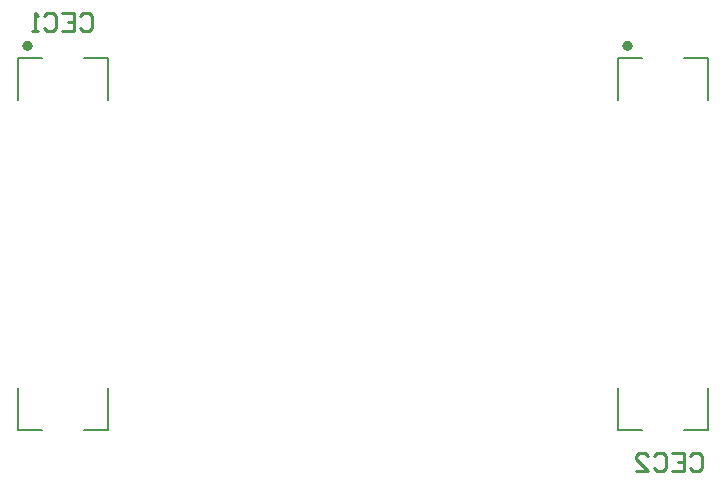
<source format=gbr>
%TF.GenerationSoftware,Altium Limited,Altium Designer,23.0.1 (38)*%
G04 Layer_Color=32896*
%FSLAX45Y45*%
%MOMM*%
%TF.SameCoordinates,98E3409A-FA71-4B7D-AABF-4CEB4AF68500*%
%TF.FilePolarity,Positive*%
%TF.FileFunction,Legend,Bot*%
%TF.Part,Single*%
G01*
G75*
%TA.AperFunction,NonConductor*%
%ADD44C,0.20000*%
%ADD47C,0.50000*%
%ADD48C,0.25400*%
D44*
X-2921000Y-1625600D02*
Y-1270000D01*
Y-1625600D02*
X-2717800D01*
X-2362200D02*
X-2159000D01*
Y-1270000D01*
X-2921000Y1168400D02*
Y1524000D01*
X-2717800D01*
X-2362200D02*
X-2159000D01*
Y1168400D02*
Y1524000D01*
X2159000Y-1625600D02*
Y-1270000D01*
Y-1625600D02*
X2362200D01*
X2717800D02*
X2921000D01*
Y-1270000D01*
X2159000Y1168400D02*
Y1524000D01*
X2362200D01*
X2717800D02*
X2921000D01*
Y1168400D02*
Y1524000D01*
D47*
X-2824800Y1625600D02*
G03*
X-2824800Y1625600I-20000J0D01*
G01*
X2255200D02*
G03*
X2255200Y1625600I-20000J0D01*
G01*
D48*
X2760922Y-1846597D02*
X2786314Y-1821205D01*
X2837098D01*
X2862490Y-1846597D01*
Y-1948163D01*
X2837098Y-1973555D01*
X2786314D01*
X2760922Y-1948163D01*
X2608572Y-1821205D02*
X2710139D01*
Y-1973555D01*
X2608572D01*
X2710139Y-1897380D02*
X2659355D01*
X2456221Y-1846597D02*
X2481613Y-1821205D01*
X2532396D01*
X2557788Y-1846597D01*
Y-1948163D01*
X2532396Y-1973555D01*
X2481613D01*
X2456221Y-1948163D01*
X2303870Y-1973555D02*
X2405437D01*
X2303870Y-1871988D01*
Y-1846597D01*
X2329262Y-1821205D01*
X2380046D01*
X2405437Y-1846597D01*
X-2400350Y1879583D02*
X-2374958Y1904975D01*
X-2324174D01*
X-2298782Y1879583D01*
Y1778017D01*
X-2324174Y1752625D01*
X-2374958D01*
X-2400350Y1778017D01*
X-2552700Y1904975D02*
X-2451133D01*
Y1752625D01*
X-2552700D01*
X-2451133Y1828800D02*
X-2501917D01*
X-2705051Y1879583D02*
X-2679659Y1904975D01*
X-2628876D01*
X-2603484Y1879583D01*
Y1778017D01*
X-2628876Y1752625D01*
X-2679659D01*
X-2705051Y1778017D01*
X-2755834Y1752625D02*
X-2806618D01*
X-2781226D01*
Y1904975D01*
X-2755834Y1879583D01*
%TF.MD5,42d36cd63e7e3a80ac3019da0df32dde*%
M02*

</source>
